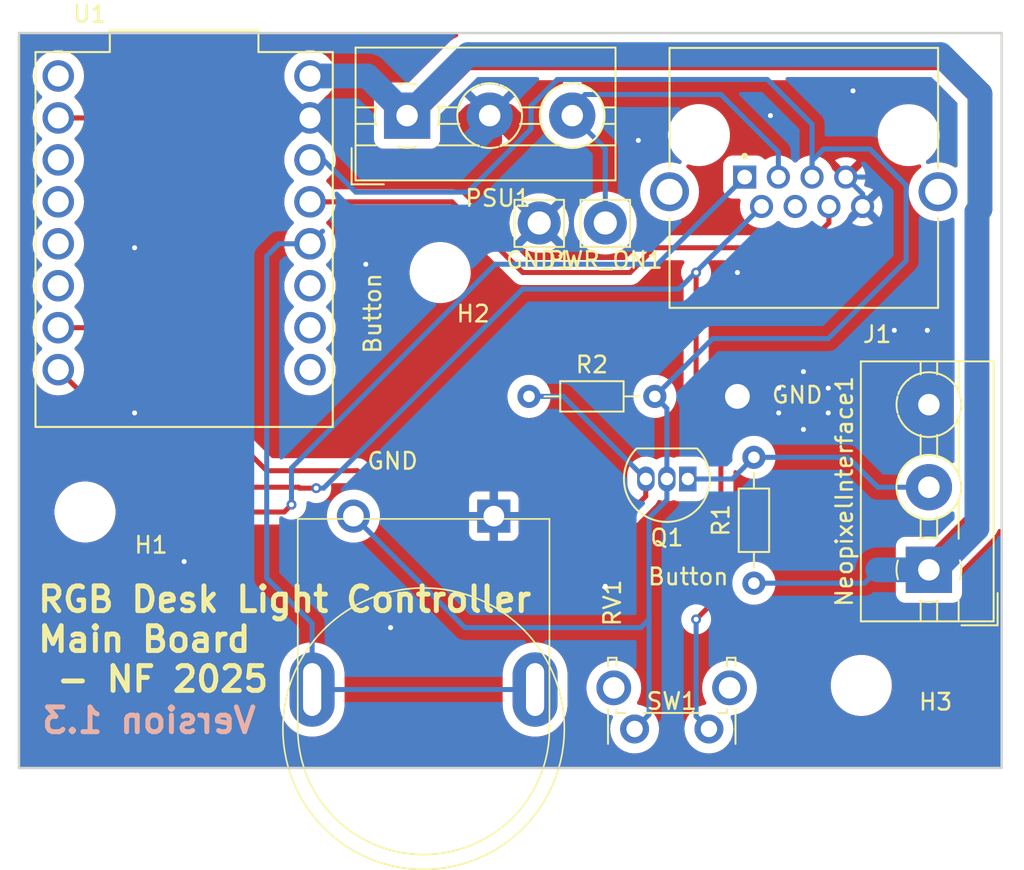
<source format=kicad_pcb>
(kicad_pcb (version 20240108) (generator "pcbnew") (generator_version "8.0")
  (layers (0 "F.Cu" signal) (31 "B.Cu" signal) (34 "B.Paste" user) (35 "F.Paste" user) (36 "B.SilkS" user "B.Silkscreen") (37 "F.SilkS" user "F.Silkscreen") (38 "B.Mask" user) (39 "F.Mask" user) (44 "Edge.Cuts" user))
  (net 0 "")
  (net 1 "GND")
  (net 2 "/powerSW")
  (net 3 "+3.3V")
  (net 4 "/button Signal")
  (net 5 "/Potentiometer2")
  (net 6 "+5V")
  (net 7 "/Potentiometer1")
  (net 14 "/Extern_input")
  (net 17 "Net-(J1-SHIELD-PadS1)")
  (net 18 "/Neopixel Signal 5v")
  (net 19 "/Neopixel Signal 3v3")
  (footprint "Button_Switch_THT:SW_Tactile_SPST_Angled_PTS645Vx31-2LFS" (layer "F.Cu") (at 162.275 88.1375 180)
    (property "Reference" "SW1" (at 2.25 1.68 0) (layer "F.SilkS"))
    (property "Value" "SW_Push_Shielded")
    (fp_line (start 6.11 3.8) (end 6.11 4.31) (stroke (width 0.12)) (layer "F.SilkS"))
    (fp_line (start 6.11 -0.9) (end 6.11 1.2) (stroke (width 0.12)) (layer "F.SilkS"))
    (fp_line (start 5.59 4.31) (end 6.11 4.31) (stroke (width 0.12)) (layer "F.SilkS"))
    (fp_line (start 5.59 3.8) (end 5.59 4.31) (stroke (width 0.12)) (layer "F.SilkS"))
    (fp_line (start 5.59 0.97) (end 5.59 1.2) (stroke (width 0.12)) (layer "F.SilkS"))
    (fp_line (start 5.05 0.97) (end 5.59 0.97) (stroke (width 0.12)) (layer "F.SilkS"))
    (fp_line (start 0.55 0.97) (end 3.95 0.97) (stroke (width 0.12)) (layer "F.SilkS"))
    (fp_line (start -1.09 3.8) (end -1.09 4.31) (stroke (width 0.12)) (layer "F.SilkS"))
    (fp_line (start -1.09 0.97) (end -0.55 0.97) (stroke (width 0.12)) (layer "F.SilkS"))
    (fp_line (start -1.09 0.97) (end -1.09 1.2) (stroke (width 0.12)) (layer "F.SilkS"))
    (fp_line (start -1.61 4.31) (end -1.09 4.31) (stroke (width 0.12)) (layer "F.SilkS"))
    (fp_line (start -1.61 3.8) (end -1.61 4.31) (stroke (width 0.12)) (layer "F.SilkS"))
    (fp_line (start -1.61 -0.9) (end -1.61 1.2) (stroke (width 0.12)) (layer "F.SilkS"))
    (pad "" thru_hole circle (at -1.25 2.49 180) (size 2.1 2.1) (drill 1.3) (layers "*.Cu" "*.Mask"))
    (pad "" thru_hole circle (at 5.76 2.49 180) (size 2.1 2.1) (drill 1.3) (layers "*.Cu" "*.Mask"))
    (pad "1" thru_hole circle (at 0 0 180) (size 1.75 1.75) (drill 0.99) (layers "*.Cu" "*.Mask") (net 4 "/button Signal"))
    (pad "2" thru_hole circle (at 4.5 0 180) (size 1.75 1.75) (drill 0.99) (layers "*.Cu" "*.Mask") (net 3 "+3.3V"))
  )
  (footprint "Connector_Pin:Pin_D1.4mm_L8.5mm_W2.8mm_FlatFork" (layer "F.Cu") (at 156 57.5)
    (property "Reference" "PWR_ON1" (at 0 2.25 0) (layer "F.SilkS"))
    (property "Value" "MountingHole_Pad")
    (fp_line (start -1.5 -1.4) (end -1.5 1.45) (stroke (width 0.12)) (layer "F.SilkS"))
    (fp_line (start -1.5 -1.4) (end 1.5 -1.4) (stroke (width 0.12)) (layer "F.SilkS"))
    (fp_line (start -1.5 1.45) (end 1.5 1.45) (stroke (width 0.12)) (layer "F.SilkS"))
    (fp_line (start 1.5 -1.4) (end 1.5 1.45) (stroke (width 0.12)) (layer "F.SilkS"))
    (pad "1" thru_hole circle (at 0 0) (size 2.6 2.6) (drill 1.4) (layers "*.Cu" "*.Mask") (net 2 "/powerSW"))
  )
  (footprint "ESP32-C3:MODULE_ESP32-C3_SUPERMINI" (layer "F.Cu") (at 130.5 58.5)
    (property "Reference" "U1" (at -5.715 -13.6525 0) (layer "F.SilkS"))
    (property "Value" "ESP32-C3_SUPERMINI_TH")
    (fp_line (start -9 11.35) (end -9 -11.35) (stroke (width 0.127)) (layer "F.SilkS"))
    (fp_line (start -4.5 -12.65) (end -4.5 -11.35) (stroke (width 0.127)) (layer "F.SilkS"))
    (fp_line (start -4.5 -11.35) (end -9 -11.35) (stroke (width 0.127)) (layer "F.SilkS"))
    (fp_line (start 4.5 -12.65) (end -4.5 -12.65) (stroke (width 0.127)) (layer "F.SilkS"))
    (fp_line (start 4.5 -12.65) (end 4.5 -11.35) (stroke (width 0.127)) (layer "F.SilkS"))
    (fp_line (start 9 -11.35) (end 4.5 -11.35) (stroke (width 0.127)) (layer "F.SilkS"))
    (fp_line (start 9 11.35) (end -9 11.35) (stroke (width 0.127)) (layer "F.SilkS"))
    (fp_line (start 9 11.35) (end 9 -11.35) (stroke (width 0.127)) (layer "F.SilkS"))
    (pad "0" thru_hole circle (at 7.62 7.88) (size 1.905 1.905) (drill 1.27) (layers "*.Cu" "*.Mask"))
    (pad "1" thru_hole circle (at 7.62 5.34) (size 1.905 1.905) (drill 1.27) (layers "*.Cu" "*.Mask"))
    (pad "2" thru_hole circle (at 7.62 2.8) (size 1.905 1.905) (drill 1.27) (layers "*.Cu" "*.Mask"))
    (pad "3" thru_hole circle (at 7.62 0.26) (size 1.905 1.905) (drill 1.27) (layers "*.Cu" "*.Mask") (net 7 "/Potentiometer1"))
    (pad "3.3" thru_hole circle (at 7.62 -4.82) (size 1.905 1.905) (drill 1.27) (layers "*.Cu" "*.Mask") (net 3 "+3.3V"))
    (pad "4" thru_hole circle (at 7.62 -2.28) (size 1.905 1.905) (drill 1.27) (layers "*.Cu" "*.Mask") (net 5 "/Potentiometer2"))
    (pad "5" thru_hole circle (at -7.62 -9.9) (size 1.905 1.905) (drill 1.27) (layers "*.Cu" "*.Mask"))
    (pad "5V" thru_hole circle (at 7.62 -9.9) (size 1.905 1.905) (drill 1.27) (layers "*.Cu" "*.Mask") (net 6 "+5V"))
    (pad "6" thru_hole circle (at -7.62 -7.36) (size 1.905 1.905) (drill 1.27) (layers "*.Cu" "*.Mask") (net 19 "/Neopixel Signal 3v3"))
    (pad "7" thru_hole circle (at -7.62 -4.82) (size 1.905 1.905) (drill 1.27) (layers "*.Cu" "*.Mask"))
    (pad "8" thru_hole circle (at -7.62 -2.28) (size 1.905 1.905) (drill 1.27) (layers "*.Cu" "*.Mask"))
    (pad "9" thru_hole circle (at -7.62 0.26) (size 1.905 1.905) (drill 1.27) (layers "*.Cu" "*.Mask"))
    (pad "10" thru_hole circle (at -7.62 2.8) (size 1.905 1.905) (drill 1.27) (layers "*.Cu" "*.Mask"))
    (pad "20" thru_hole circle (at -7.62 5.34) (size 1.905 1.905) (drill 1.27) (layers "*.Cu" "*.Mask") (net 4 "/button Signal"))
    (pad "21" thru_hole circle (at -7.62 7.88) (size 1.905 1.905) (drill 1.27) (layers "*.Cu" "*.Mask") (net 14 "/Extern_input"))
    (pad "G" thru_hole circle (at 7.62 -7.36) (size 1.905 1.905) (drill 1.27) (layers "*.Cu" "*.Mask") (net 1 "GND"))
  )
  (footprint "TerminalBlock:TerminalBlock_MaiXu_MX126-5.0-03P_1x03_P5.00mm" (layer "F.Cu") (at 175.595 78.5 90)
    (property "Reference" "NeopixelInterface1" (at 4.75 -5.12 90) (layer "F.SilkS"))
    (property "Value" "Screw_Terminal_01x03")
    (fp_line (start 12.62 -4.12) (end 12.62 3.92) (stroke (width 0.12)) (layer "F.SilkS"))
    (fp_line (start -3.12 -4.12) (end 12.62 -4.12) (stroke (width 0.12)) (layer "F.SilkS"))
    (fp_line (start -3.12 -4.12) (end -3.12 3.92) (stroke (width 0.12)) (layer "F.SilkS"))
    (fp_line (start 11.487 -1.248) (end 11.487 -1.248) (stroke (width 0.12)) (layer "F.SilkS"))
    (fp_line (start 6.487 -1.248) (end 6.487 -1.248) (stroke (width 0.12)) (layer "F.SilkS"))
    (fp_line (start 11.836 -0.5) (end 12.62 -0.5) (stroke (width 0.12)) (layer "F.SilkS"))
    (fp_line (start 6.836 -0.5) (end 8.165 -0.5) (stroke (width 0.12)) (layer "F.SilkS"))
    (fp_line (start 1.88 -0.5) (end 3.165 -0.5) (stroke (width 0.12)) (layer "F.SilkS"))
    (fp_line (start -3.12 -0.5) (end -1.88 -0.5) (stroke (width 0.12)) (layer "F.SilkS"))
    (fp_line (start 11.836 0.5) (end 12.62 0.5) (stroke (width 0.12)) (layer "F.SilkS"))
    (fp_line (start 6.836 0.5) (end 8.165 0.5) (stroke (width 0.12)) (layer "F.SilkS"))
    (fp_line (start 1.88 0.5) (end 3.165 0.5) (stroke (width 0.12)) (layer "F.SilkS"))
    (fp_line (start -3.12 0.5) (end -1.88 0.5) (stroke (width 0.12)) (layer "F.SilkS"))
    (fp_line (start 8.514 1.248) (end 8.514 1.248) (stroke (width 0.12)) (layer "F.SilkS"))
    (fp_line (start 3.514 1.248) (end 3.514 1.248) (stroke (width 0.12)) (layer "F.SilkS"))
    (fp_line (start 10.67 1.8) (end 12.62 1.8) (stroke (width 0.12)) (layer "F.SilkS"))
    (fp_line (start 5.67 1.8) (end 9.331 1.8) (stroke (width 0.12)) (layer "F.SilkS"))
    (fp_line (start 1.88 1.8) (end 4.331 1.8) (stroke (width 0.12)) (layer "F.SilkS"))
    (fp_line (start -3.12 1.8) (end -1.88 1.8) (stroke (width 0.12)) (layer "F.SilkS"))
    (fp_line (start -3.36 1.97) (end -3.36 4.16) (stroke (width 0.12)) (layer "F.SilkS"))
    (fp_line (start -3.12 3.92) (end 12.62 3.92) (stroke (width 0.12)) (layer "F.SilkS"))
    (fp_line (start -3.36 4.16) (end -1.41 4.16) (stroke (width 0.12)) (layer "F.SilkS"))
    (fp_arc (start 10.000487 -1.960944) (mid 10.256437 -1.944104) (end 10.508 -1.894) (stroke (width 0.12)) (layer "F.SilkS"))
    (fp_arc (start 5.000487 -1.960944) (mid 5.256437 -1.944104) (end 5.508 -1.894) (stroke (width 0.12)) (layer "F.SilkS"))
    (fp_arc (start 9.493681 -1.893473) (mid 9.74516 -1.943362) (end 10.001 -1.96) (stroke (width 0.12)) (layer "F.SilkS"))
    (fp_arc (start 4.493681 -1.893473) (mid 4.74516 -1.943362) (end 5.001 -1.96) (stroke (width 0.12)) (layer "F.SilkS"))
    (fp_arc (start -0.572619 -1.875422) (mid 0.000722 -1.960893) (end 0.574 -1.875) (stroke (width 0.12)) (layer "F.SilkS"))
    (fp_arc (start 10.638712 -1.85392) (mid 10.734863 -1.817951) (end 10.829 -1.777) (stroke (width 0.12)) (layer "F.SilkS"))
    (fp_arc (start 5.638712 -1.85392) (mid 5.734863 -1.817951) (end 5.829 -1.777) (stroke (width 0.12)) (layer "F.SilkS"))
    (fp_arc (start 9.172694 -1.777259) (mid 9.266842 -1.818121) (end 9.363 -1.854) (stroke (width 0.12)) (layer "F.SilkS"))
    (fp_arc (start 4.172694 -1.777259) (mid 4.266842 -1.818121) (end 4.363 -1.854) (stroke (width 0.12)) (layer "F.SilkS"))
    (fp_arc (start 10.920652 -1.730826) (mid 10.995274 -1.689022) (end 11.068 -1.644) (stroke (width 0.12)) (layer "F.SilkS"))
    (fp_arc (start 5.920652 -1.730826) (mid 5.995274 -1.689022) (end 6.068 -1.644) (stroke (width 0.12)) (layer "F.SilkS"))
    (fp_arc (start 8.93363 -1.644317) (mid 9.006369 -1.689267) (end 9.081 -1.731) (stroke (width 0.12)) (layer "F.SilkS"))
    (fp_arc (start 3.93363 -1.644317) (mid 4.006369 -1.689267) (end 4.081 -1.731) (stroke (width 0.12)) (layer "F.SilkS"))
    (fp_arc (start 11.096479 -1.625751) (mid 11.166348 -1.576374) (end 11.234 -1.524) (stroke (width 0.12)) (layer "F.SilkS"))
    (fp_arc (start 6.096479 -1.625751) (mid 6.166348 -1.576374) (end 6.234 -1.524) (stroke (width 0.12)) (layer "F.SilkS"))
    (fp_arc (start 8.767452 -1.524377) (mid 8.835117 -1.576689) (end 8.905 -1.626) (stroke (width 0.12)) (layer "F.SilkS"))
    (fp_arc (start 3.767452 -1.524377) (mid 3.835117 -1.576689) (end 3.905 -1.626) (stroke (width 0.12)) (layer "F.SilkS"))
    (fp_arc (start 11.233928 -1.523341) (mid 11.2992 -1.468068) (end 11.362 -1.41) (stroke (width 0.12)) (layer "F.SilkS"))
    (fp_arc (start 6.233928 -1.523341) (mid 6.2992 -1.468068) (end 6.362 -1.41) (stroke (width 0.12)) (layer "F.SilkS"))
    (fp_arc (start 8.638867 -1.410738) (mid 8.701698 -1.468767) (end 8.767 -1.524) (stroke (width 0.12)) (layer "F.SilkS"))
    (fp_arc (start 3.638867 -1.410738) (mid 3.701698 -1.468767) (end 3.767 -1.524) (stroke (width 0.12)) (layer "F.SilkS"))
    (fp_arc (start 11.362286 -1.410097) (mid 11.422497 -1.349333) (end 11.48 -1.286) (stroke (width 0.12)) (layer "F.SilkS"))
    (fp_arc (start 6.362286 -1.410097) (mid 6.422497 -1.349333) (end 6.48 -1.286) (stroke (width 0.12)) (layer "F.SilkS"))
    (fp_arc (start 8.521202 -1.287012) (mid 8.578747 -1.350293) (end 8.639 -1.411) (stroke (width 0.12)) (layer "F.SilkS"))
    (fp_arc (start 3.521202 -1.287012) (mid 3.578747 -1.350293) (end 3.639 -1.411) (stroke (width 0.12)) (layer "F.SilkS"))
    (fp_arc (start 11.479873 -1.286364) (mid 11.523865 -1.233934) (end 11.566 -1.18) (stroke (width 0.12)) (layer "F.SilkS"))
    (fp_arc (start 6.479873 -1.286364) (mid 6.523865 -1.233934) (end 6.566 -1.18) (stroke (width 0.12)) (layer "F.SilkS"))
    (fp_arc (start 8.434826 -1.180695) (mid 8.476985 -1.2346) (end 8.521 -1.287) (stroke (width 0.12)) (layer "F.SilkS"))
    (fp_arc (start 3.434826 -1.180695) (mid 3.476985 -1.2346) (end 3.521 -1.287) (stroke (width 0.12)) (layer "F.SilkS"))
    (fp_arc (start 11.565937 -1.180084) (mid 11.960805 -0.000052) (end 11.566 1.18) (stroke (width 0.12)) (layer "F.SilkS"))
    (fp_arc (start 6.565937 -1.180084) (mid 6.960805 -0.000052) (end 6.566 1.18) (stroke (width 0.12)) (layer "F.SilkS"))
    (fp_arc (start 1.875422 -0.572619) (mid 1.960893 0.000722) (end 1.875 0.574) (stroke (width 0.12)) (layer "F.SilkS"))
    (fp_arc (start -1.875422 0.572619) (mid -1.960893 -0.000722) (end -1.875 -0.574) (stroke (width 0.12)) (layer "F.SilkS"))
    (fp_arc (start 8.434339 1.179122) (mid 8.039994 -0.00055) (end 8.435 -1.18) (stroke (width 0.12)) (layer "F.SilkS"))
    (fp_arc (start 3.434339 1.179122) (mid 3.039994 -0.00055) (end 3.435 -1.18) (stroke (width 0.12)) (layer "F.SilkS"))
    (fp_arc (start 11.566102 1.179628) (mid 11.523976 1.233563) (end 11.48 1.286) (stroke (width 0.12)) (layer "F.SilkS"))
    (fp_arc (start 6.566102 1.179628) (mid 6.523976 1.233563) (end 6.48 1.286) (stroke (width 0.12)) (layer "F.SilkS"))
    (fp_arc (start 11.479707 1.285928) (mid 11.422207 1.349248) (end 11.362 1.41) (stroke (width 0.12)) (layer "F.SilkS"))
    (fp_arc (start 6.479707 1.285928) (mid 6.422207 1.349248) (end 6.362 1.41) (stroke (width 0.12)) (layer "F.SilkS"))
    (fp_arc (start 8.521125 1.286294) (mid 8.477135 1.233899) (end 8.435 1.18) (stroke (width 0.12)) (layer "F.SilkS"))
    (fp_arc (start 3.521125 1.286294) (mid 3.477135 1.233899) (end 3.435 1.18) (stroke (width 0.12)) (layer "F.SilkS"))
    (fp_arc (start 8.63871 1.41001) (mid 8.578502 1.349289) (end 8.521 1.286) (stroke (width 0.12)) (layer "F.SilkS"))
    (fp_arc (start 3.63871 1.41001) (mid 3.578502 1.349289) (end 3.521 1.286) (stroke (width 0.12)) (layer "F.SilkS"))
    (fp_arc (start 11.36213 1.410651) (mid 11.2993 1.468722) (end 11.234 1.524) (stroke (width 0.12)) (layer "F.SilkS"))
    (fp_arc (start 6.36213 1.410651) (mid 6.2993 1.468722) (end 6.234 1.524) (stroke (width 0.12)) (layer "F.SilkS"))
    (fp_arc (start 8.767069 1.523253) (mid 8.701799 1.468024) (end 8.639 1.41) (stroke (width 0.12)) (layer "F.SilkS"))
    (fp_arc (start 3.767069 1.523253) (mid 3.701799 1.468024) (end 3.639 1.41) (stroke (width 0.12)) (layer "F.SilkS"))
    (fp_arc (start 11.233457 1.523294) (mid 11.16584 1.575649) (end 11.096 1.625) (stroke (width 0.12)) (layer "F.SilkS"))
    (fp_arc (start 6.233457 1.523294) (mid 6.16584 1.575649) (end 6.096 1.625) (stroke (width 0.12)) (layer "F.SilkS"))
    (fp_arc (start 8.904517 1.625664) (mid 8.834649 1.576332) (end 8.767 1.524) (stroke (width 0.12)) (layer "F.SilkS"))
    (fp_arc (start 3.904517 1.625664) (mid 3.834649 1.576332) (end 3.767 1.524) (stroke (width 0.12)) (layer "F.SilkS"))
    (fp_arc (start 11.068362 1.644143) (mid 10.995629 1.689179) (end 10.921 1.731) (stroke (width 0.12)) (layer "F.SilkS"))
    (fp_arc (start 6.068362 1.644143) (mid 5.995629 1.689179) (end 5.921 1.731) (stroke (width 0.12)) (layer "F.SilkS"))
    (fp_arc (start 9.080344 1.730739) (mid 9.005728 1.688974) (end 8.933 1.644) (stroke (width 0.12)) (layer "F.SilkS"))
    (fp_arc (start 4.080344 1.730739) (mid 4.005728 1.688974) (end 3.933 1.644) (stroke (width 0.12)) (layer "F.SilkS"))
    (fp_arc (start 10.829295 1.77705) (mid 10.735155 1.818016) (end 10.639 1.854) (stroke (width 0.12)) (layer "F.SilkS"))
    (fp_arc (start 5.829295 1.77705) (mid 5.735155 1.818016) (end 5.639 1.854) (stroke (width 0.12)) (layer "F.SilkS"))
    (fp_arc (start 9.362283 1.853815) (mid 9.266136 1.817899) (end 9.172 1.777) (stroke (width 0.12)) (layer "F.SilkS"))
    (fp_arc (start 4.362283 1.853815) (mid 4.266136 1.817899) (end 4.172 1.777) (stroke (width 0.12)) (layer "F.SilkS"))
    (fp_arc (start 0.573049 1.874357) (mid 0.289707 1.938471) (end 0 1.96) (stroke (width 0.12)) (layer "F.SilkS"))
    (fp_arc (start 10.507285 1.893215) (mid 10.255831 1.943232) (end 10 1.96) (stroke (width 0.12)) (layer "F.SilkS"))
    (fp_arc (start 5.507285 1.893215) (mid 5.255831 1.943232) (end 5 1.96) (stroke (width 0.12)) (layer "F.SilkS"))
    (fp_arc (start 0.0335 1.960607) (mid -0.273619 1.941709) (end -0.574 1.875) (stroke (width 0.12)) (layer "F.SilkS"))
    (fp_arc (start 10.000479 1.960685) (mid 9.744554 1.943973) (end 9.493 1.894) (stroke (width 0.12)) (layer "F.SilkS"))
    (fp_arc (start 5.000479 1.960685) (mid 4.744554 1.943973) (end 4.493 1.894) (stroke (width 0.12)) (layer "F.SilkS"))
    (pad "1" thru_hole rect (at 0 0 90) (size 2.8 2.8) (drill 1.3) (layers "*.Cu" "*.Mask") (net 6 "+5V"))
    (pad "2" thru_hole circle (at 5 0 90) (size 2.8 2.8) (drill 1.3) (layers "*.Cu" "*.Mask") (net 18 "/Neopixel Signal 5v"))
    (pad "3" thru_hole circle (at 10 0 90) (size 2.8 2.8) (drill 1.3) (layers "*.Cu" "*.Mask") (net 1 "GND"))
  )
  (footprint "Resistor_THT:R_Axial_DIN0204_L3.6mm_D1.6mm_P7.62mm_Horizontal" (layer "F.Cu") (at 165 71.69 -90)
    (property "Reference" "R1" (at 3.81 2 90) (layer "F.SilkS"))
    (property "Value" "10k")
    (fp_line (start 1.89 0.92) (end 5.73 0.92) (stroke (width 0.12)) (layer "F.SilkS"))
    (fp_line (start 5.73 0.92) (end 5.73 -0.92) (stroke (width 0.12)) (layer "F.SilkS"))
    (fp_line (start 0.94 0) (end 1.89 0) (stroke (width 0.12)) (layer "F.SilkS"))
    (fp_line (start 6.68 0) (end 5.73 0) (stroke (width 0.12)) (layer "F.SilkS"))
    (fp_line (start 1.89 -0.92) (end 1.89 0.92) (stroke (width 0.12)) (layer "F.SilkS"))
    (fp_line (start 5.73 -0.92) (end 1.89 -0.92) (stroke (width 0.12)) (layer "F.SilkS"))
    (pad "1" thru_hole circle (at 0 0 270) (size 1.4 1.4) (drill 0.7) (layers "*.Cu" "*.Mask") (net 18 "/Neopixel Signal 5v"))
    (pad "2" thru_hole oval (at 7.62 0 270) (size 1.4 1.4) (drill 0.7) (layers "*.Cu" "*.Mask") (net 6 "+5V"))
  )
  (footprint "MountingHole:MountingHole_3.2mm_M3" (layer "F.Cu") (at 124.5 75)
    (property "Reference" "H1" (at 4 2 0) (layer "F.SilkS"))
    (property "Value" "MountingHole")
    (pad "" np_thru_hole circle (at 0 0) (size 3.2 3.2) (drill 3.2) (layers "*.Cu" "*.Mask"))
  )
  (footprint "MountingHole:MountingHole_3.2mm_M3" (layer "F.Cu") (at 146 60.5)
    (property "Reference" "H2" (at 2 2.5 0) (layer "F.SilkS"))
    (property "Value" "MountingHole")
    (pad "" np_thru_hole circle (at 0 0) (size 3.2 3.2) (drill 3.2) (layers "*.Cu" "*.Mask"))
  )
  (footprint "MountingHole:MountingHole_3.2mm_M3" (layer "F.Cu") (at 171.5 85.5)
    (property "Reference" "H3" (at 4.5 1 0) (layer "F.SilkS"))
    (property "Value" "MountingHole")
    (pad "" np_thru_hole circle (at 0 0) (size 3.2 3.2) (drill 3.2) (layers "*.Cu" "*.Mask"))
  )
  (footprint "Ethernet Jack:vertical pot" (layer "F.Cu") (at 145 80.5 -90)
    (property "Reference" "RV1" (at 0 -11.43 90) (layer "F.SilkS"))
    (property "Value" "R_Potentiometer_Trim")
    (fp_line (start -5.08 7.62) (end 7.62 7.62) (stroke (width 0.1)) (layer "F.SilkS"))
    (fp_line (start -5.08 7.62) (end -5.08 -7.62) (stroke (width 0.1)) (layer "F.SilkS"))
    (fp_line (start 7.62 -7.62) (end -5.08 -7.62) (stroke (width 0.1)) (layer "F.SilkS"))
    (fp_arc (start 7.62 -7.62) (mid 15.24 0) (end 7.62 7.62) (stroke (width 0.1)) (layer "F.SilkS"))
    (fp_circle (center 7.62 0) (end 11.43 -7.62) (stroke (width 0.1)) (fill none) (layer "F.SilkS"))
    (pad "1" thru_hole rect (at -5.25 -4.25) (size 2 2) (drill 1.25) (layers "*.Cu" "*.Mask") (net 1 "GND"))
    (pad "2" thru_hole oval (at 5.25 -6.75) (size 2.72 4.5) (drill oval 1.1 3.2) (layers "*.Cu" "*.Mask") (net 7 "/Potentiometer1"))
    (pad "2" thru_hole oval (at 5.25 6.75) (size 2.72 4.5) (drill oval 1.1 3.2) (layers "*.Cu" "*.Mask") (net 7 "/Potentiometer1"))
    (pad "3" thru_hole circle (at -5.25 4.25) (size 2 2) (drill 1.25) (layers "*.Cu" "*.Mask") (net 3 "+3.3V"))
  )
  (footprint "Ethernet Jack:TE_1-406541-5" (layer "F.Cu") (at 164.44 54.72 180)
    (property "Reference" "J1" (at -8.025 -9.52501 0) (layer "F.SilkS"))
    (property "Value" "1-406541-5")
    (fp_line (start 4.55 7.82) (end 4.55 0.54) (stroke (width 0.127)) (layer "F.SilkS"))
    (fp_line (start 4.55 -7.92) (end 4.55 -2.46) (stroke (width 0.127)) (layer "F.SilkS"))
    (fp_line (start -11.71 7.82) (end 4.55 7.82) (stroke (width 0.127)) (layer "F.SilkS"))
    (fp_line (start -11.71 0.54) (end -11.71 7.82) (stroke (width 0.127)) (layer "F.SilkS"))
    (fp_line (start -11.71 -2.46) (end -11.71 -7.92) (stroke (width 0.127)) (layer "F.SilkS"))
    (fp_line (start -11.71 -7.92) (end 4.55 -7.92) (stroke (width 0.127)) (layer "F.SilkS"))
    (fp_circle (center 0 1.27) (end 0.1 1.27) (stroke (width 0.2)) (fill none) (layer "F.SilkS"))
    (pad "" np_thru_hole circle (at -9.93 2.54 180) (size 3.25 3.25) (drill 3.25) (layers "*.Cu" "*.Mask"))
    (pad "" np_thru_hole circle (at 2.77 2.54 180) (size 3.25 3.25) (drill 3.25) (layers "*.Cu" "*.Mask"))
    (pad "1" thru_hole rect (at 0 0 180) (size 1.398 1.398) (drill 0.89) (layers "*.Cu" "*.Mask") (net 14 "/Extern_input"))
    (pad "2" thru_hole circle (at -1.02 -1.78 180) (size 1.398 1.398) (drill 0.89) (layers "*.Cu" "*.Mask") (net 4 "/button Signal"))
    (pad "3" thru_hole circle (at -2.04 0 180) (size 1.398 1.398) (drill 0.89) (layers "*.Cu" "*.Mask") (net 2 "/powerSW"))
    (pad "4" thru_hole circle (at -3.06 -1.78 180) (size 1.398 1.398) (drill 0.89) (layers "*.Cu" "*.Mask"))
    (pad "5" thru_hole circle (at -4.08 0 180) (size 1.398 1.398) (drill 0.89) (layers "*.Cu" "*.Mask") (net 3 "+3.3V"))
    (pad "6" thru_hole circle (at -5.1 -1.78 180) (size 1.398 1.398) (drill 0.89) (layers "*.Cu" "*.Mask") (net 5 "/Potentiometer2"))
    (pad "7" thru_hole circle (at -6.12 0 180) (size 1.398 1.398) (drill 0.89) (layers "*.Cu" "*.Mask") (net 1 "GND"))
    (pad "8" thru_hole circle (at -7.14 -1.78 180) (size 1.398 1.398) (drill 0.89) (layers "*.Cu" "*.Mask") (net 1 "GND"))
    (pad "S1" thru_hole circle (at 4.55 -0.89 180) (size 2.355 2.355) (drill 1.57) (layers "*.Cu" "*.Mask") (net 17 "Net-(J1-SHIELD-PadS1)"))
    (pad "S2" thru_hole circle (at -11.71 -0.89 180) (size 2.355 2.355) (drill 1.57) (layers "*.Cu" "*.Mask") (net 17 "Net-(J1-SHIELD-PadS1)"))
  )
  (footprint "Connector_Pin:Pin_D1.4mm_L8.5mm_W2.8mm_FlatFork" (layer "F.Cu") (at 152 57.5)
    (property "Reference" "GND1" (at 0 2.25 0) (layer "F.SilkS"))
    (property "Value" "MountingHole_Pad")
    (fp_line (start -1.5 -1.4) (end -1.5 1.45) (stroke (width 0.12)) (layer "F.SilkS"))
    (fp_line (start -1.5 -1.4) (end 1.5 -1.4) (stroke (width 0.12)) (layer "F.SilkS"))
    (fp_line (start -1.5 1.45) (end 1.5 1.45) (stroke (width 0.12)) (layer "F.SilkS"))
    (fp_line (start 1.5 -1.4) (end 1.5 1.45) (stroke (width 0.12)) (layer "F.SilkS"))
    (pad "1" thru_hole circle (at 0 0) (size 2.6 2.6) (drill 1.4) (layers "*.Cu" "*.Mask") (net 1 "GND"))
  )
  (footprint "TerminalBlock:TerminalBlock_MaiXu_MX126-5.0-03P_1x03_P5.00mm" (layer "F.Cu") (at 144 51)
    (property "Reference" "PSU1" (at 5.5 5 0) (layer "F.SilkS"))
    (property "Value" "Screw_Terminal_01x03")
    (fp_line (start -3.36 1.97) (end -3.36 4.16) (stroke (width 0.12)) (layer "F.SilkS"))
    (fp_line (start -3.36 4.16) (end -1.41 4.16) (stroke (width 0.12)) (layer "F.SilkS"))
    (fp_line (start -3.12 -4.12) (end -3.12 3.92) (stroke (width 0.12)) (layer "F.SilkS"))
    (fp_line (start -3.12 -4.12) (end 12.62 -4.12) (stroke (width 0.12)) (layer "F.SilkS"))
    (fp_line (start -3.12 -0.5) (end -1.88 -0.5) (stroke (width 0.12)) (layer "F.SilkS"))
    (fp_line (start -3.12 0.5) (end -1.88 0.5) (stroke (width 0.12)) (layer "F.SilkS"))
    (fp_line (start -3.12 1.8) (end -1.88 1.8) (stroke (width 0.12)) (layer "F.SilkS"))
    (fp_line (start -3.12 3.92) (end 12.62 3.92) (stroke (width 0.12)) (layer "F.SilkS"))
    (fp_line (start 1.88 -0.5) (end 3.165 -0.5) (stroke (width 0.12)) (layer "F.SilkS"))
    (fp_line (start 1.88 0.5) (end 3.165 0.5) (stroke (width 0.12)) (layer "F.SilkS"))
    (fp_line (start 1.88 1.8) (end 4.331 1.8) (stroke (width 0.12)) (layer "F.SilkS"))
    (fp_line (start 3.514 1.248) (end 3.514 1.248) (stroke (width 0.12)) (layer "F.SilkS"))
    (fp_line (start 5.67 1.8) (end 9.331 1.8) (stroke (width 0.12)) (layer "F.SilkS"))
    (fp_line (start 6.487 -1.248) (end 6.487 -1.248) (stroke (width 0.12)) (layer "F.SilkS"))
    (fp_line (start 6.836 -0.5) (end 8.165 -0.5) (stroke (width 0.12)) (layer "F.SilkS"))
    (fp_line (start 6.836 0.5) (end 8.165 0.5) (stroke (width 0.12)) (layer "F.SilkS"))
    (fp_line (start 8.514 1.248) (end 8.514 1.248) (stroke (width 0.12)) (layer "F.SilkS"))
    (fp_line (start 10.67 1.8) (end 12.62 1.8) (stroke (width 0.12)) (layer "F.SilkS"))
    (fp_line (start 11.487 -1.248) (end 11.487 -1.248) (stroke (width 0.12)) (layer "F.SilkS"))
    (fp_line (start 11.836 -0.5) (end 12.62 -0.5) (stroke (width 0.12)) (layer "F.SilkS"))
    (fp_line (start 11.836 0.5) (end 12.62 0.5) (stroke (width 0.12)) (layer "F.SilkS"))
    (fp_line (start 12.62 -4.12) (end 12.62 3.92) (stroke (width 0.12)) (layer "F.SilkS"))
    (fp_arc (start -1.875422 0.572619) (mid -1.960893 -0.000722) (end -1.875 -0.574) (stroke (width 0.12)) (layer "F.SilkS"))
    (fp_arc (start -0.572619 -1.875422) (mid 0.000722 -1.960893) (end 0.574 -1.875) (stroke (width 0.12)) (layer "F.SilkS"))
    (fp_arc (start 0.0335 1.960607) (mid -0.273619 1.941709) (end -0.574 1.875) (stroke (width 0.12)) (layer "F.SilkS"))
    (fp_arc (start 0.573049 1.874357) (mid 0.289707 1.938471) (end 0 1.96) (stroke (width 0.12)) (layer "F.SilkS"))
    (fp_arc (start 1.875422 -0.572619) (mid 1.960893 0.000722) (end 1.875 0.574) (stroke (width 0.12)) (layer "F.SilkS"))
    (fp_arc (start 3.434339 1.179122) (mid 3.039994 -0.00055) (end 3.435 -1.18) (stroke (width 0.12)) (layer "F.SilkS"))
    (fp_arc (start 3.434826 -1.180695) (mid 3.476985 -1.2346) (end 3.521 -1.287) (stroke (width 0.12)) (layer "F.SilkS"))
    (fp_arc (start 3.521125 1.286294) (mid 3.477135 1.233899) (end 3.435 1.18) (stroke (width 0.12)) (layer "F.SilkS"))
    (fp_arc (start 3.521202 -1.287012) (mid 3.578747 -1.350293) (end 3.639 -1.411) (stroke (width 0.12)) (layer "F.SilkS"))
    (fp_arc (start 3.63871 1.41001) (mid 3.578502 1.349289) (end 3.521 1.286) (stroke (width 0.12)) (layer "F.SilkS"))
    (fp_arc (start 3.638867 -1.410738) (mid 3.701698 -1.468767) (end 3.767 -1.524) (stroke (width 0.12)) (layer "F.SilkS"))
    (fp_arc (start 3.767069 1.523253) (mid 3.701799 1.468024) (end 3.639 1.41) (stroke (width 0.12)) (layer "F.SilkS"))
    (fp_arc (start 3.767452 -1.524377) (mid 3.835117 -1.576689) (end 3.905 -1.626) (stroke (width 0.12)) (layer "F.SilkS"))
    (fp_arc (start 3.904517 1.625664) (mid 3.834649 1.576332) (end 3.767 1.524) (stroke (width 0.12)) (layer "F.SilkS"))
    (fp_arc (start 3.93363 -1.644317) (mid 4.006369 -1.689267) (end 4.081 -1.731) (stroke (width 0.12)) (layer "F.SilkS"))
    (fp_arc (start 4.080344 1.730739) (mid 4.005728 1.688974) (end 3.933 1.644) (stroke (width 0.12)) (layer "F.SilkS"))
    (fp_arc (start 4.172694 -1.777259) (mid 4.266842 -1.818121) (end 4.363 -1.854) (stroke (width 0.12)) (layer "F.SilkS"))
    (fp_arc (start 4.362283 1.853815) (mid 4.266136 1.817899) (end 4.172 1.777) (stroke (width 0.12)) (layer "F.SilkS"))
    (fp_arc (start 4.493681 -1.893473) (mid 4.74516 -1.943362) (end 5.001 -1.96) (stroke (width 0.12)) (layer "F.SilkS"))
    (fp_arc (start 5.000479 1.960685) (mid 4.744554 1.943973) (end 4.493 1.894) (stroke (width 0.12)) (layer "F.SilkS"))
    (fp_arc (start 5.000487 -1.960944) (mid 5.256437 -1.944104) (end 5.508 -1.894) (stroke (width 0.12)) (layer "F.SilkS"))
    (fp_arc (start 5.507285 1.893215) (mid 5.255831 1.943232) (end 5 1.96) (stroke (width 0.12)) (layer "F.SilkS"))
    (fp_arc (start 5.638712 -1.85392) (mid 5.734863 -1.817951) (end 5.829 -1.777) (stroke (width 0.12)) (layer "F.SilkS"))
    (fp_arc (start 5.829295 1.77705) (mid 5.735155 1.818016) (end 5.639 1.854) (stroke (width 0.12)) (layer "F.SilkS"))
    (fp_arc (start 5.920652 -1.730826) (mid 5.995274 -1.689022) (end 6.068 -1.644) (stroke (width 0.12)) (layer "F.SilkS"))
    (fp_arc (start 6.068362 1.644143) (mid 5.995629 1.689179) (end 5.921 1.731) (stroke (width 0.12)) (layer "F.SilkS"))
    (fp_arc (start 6.096479 -1.625751) (mid 6.166348 -1.576374) (end 6.234 -1.524) (stroke (width 0.12)) (layer "F.SilkS"))
    (fp_arc (start 6.233457 1.523294) (mid 6.16584 1.575649) (end 6.096 1.625) (stroke (width 0.12)) (layer "F.SilkS"))
    (fp_arc (start 6.233928 -1.523341) (mid 6.2992 -1.468068) (end 6.362 -1.41) (stroke (width 0.12)) (layer "F.SilkS"))
    (fp_arc (start 6.36213 1.410651) (mid 6.2993 1.468722) (end 6.234 1.524) (stroke (width 0.12)) (layer "F.SilkS"))
    (fp_arc (start 6.362286 -1.410097) (mid 6.422497 -1.349333) (end 6.48 -1.286) (stroke (width 0.12)) (layer "F.SilkS"))
    (fp_arc (start 6.479707 1.285928) (mid 6.422207 1.349248) (end 6.362 1.41) (stroke (width 0.12)) (layer "F.SilkS"))
    (fp_arc (start 6.479873 -1.286364) (mid 6.523865 -1.233934) (end 6.566 -1.18) (stroke (width 0.12)) (layer "F.SilkS"))
    (fp_arc (start 6.565937 -1.180084) (mid 6.960805 -0.000052) (end 6.566 1.18) (stroke (width 0.12)) (layer "F.SilkS"))
    (fp_arc (start 6.566102 1.179628) (mid 6.523976 1.233563) (end 6.48 1.286) (stroke (width 0.12)) (layer "F.SilkS"))
    (fp_arc (start 8.434339 1.179122) (mid 8.039994 -0.00055) (end 8.435 -1.18) (stroke (width 0.12)) (layer "F.SilkS"))
    (fp_arc (start 8.434826 -1.180695) (mid 8.476985 -1.2346) (end 8.521 -1.287) (stroke (width 0.12)) (layer "F.SilkS"))
    (fp_arc (start 8.521125 1.286294) (mid 8.477135 1.233899) (end 8.435 1.18) (stroke (width 0.12)) (layer "F.SilkS"))
    (fp_arc (start 8.521202 -1.287012) (mid 8.578747 -1.350293) (end 8.639 -1.411) (stroke (width 0.12)) (layer "F.SilkS"))
    (fp_arc (start 8.63871 1.41001) (mid 8.578502 1.349289) (end 8.521 1.286) (stroke (width 0.12)) (layer "F.SilkS"))
    (fp_arc (start 8.638867 -1.410738) (mid 8.701698 -1.468767) (end 8.767 -1.524) (stroke (width 0.12)) (layer "F.SilkS"))
    (fp_arc (start 8.767069 1.523253) (mid 8.701799 1.468024) (end 8.639 1.41) (stroke (width 0.12)) (layer "F.SilkS"))
    (fp_arc (start 8.767452 -1.524377) (mid 8.835117 -1.576689) (end 8.905 -1.626) (stroke (width 0.12)) (layer "F.SilkS"))
    (fp_arc (start 8.904517 1.625664) (mid 8.834649 1.576332) (end 8.767 1.524) (stroke (width 0.12)) (layer "F.SilkS"))
    (fp_arc (start 8.93363 -1.644317) (mid 9.006369 -1.689267) (end 9.081 -1.731) (stroke (width 0.12)) (layer "F.SilkS"))
    (fp_arc (start 9.080344 1.730739) (mid 9.005728 1.688974) (end 8.933 1.644) (stroke (width 0.12)) (layer "F.SilkS"))
    (fp_arc (start 9.172694 -1.777259) (mid 9.266842 -1.818121) (end 9.363 -1.854) (stroke (width 0.12)) (layer "F.SilkS"))
    (fp_arc (start 9.362283 1.853815) (mid 9.266136 1.817899) (end 9.172 1.777) (stroke (width 0.12)) (layer "F.SilkS"))
    (fp_arc (start 9.493681 -1.893473) (mid 9.74516 -1.943362) (end 10.001 -1.96) (stroke (width 0.12)) (layer "F.SilkS"))
    (fp_arc (start 10.000479 1.960685) (mid 9.744554 1.943973) (end 9.493 1.894) (stroke (width 0.12)) (layer "F.SilkS"))
    (fp_arc (start 10.000487 -1.960944) (mid 10.256437 -1.944104) (end 10.508 -1.894) (stroke (width 0.12)) (layer "F.SilkS"))
    (fp_arc (start 10.507285 1.893215) (mid 10.255831 1.943232) (end 10 1.96) (stroke (width 0.12)) (layer "F.SilkS"))
    (fp_arc (start 10.638712 -1.85392) (mid 10.734863 -1.817951) (end 10.829 -1.777) (stroke (width 0.12)) (layer "F.SilkS"))
    (fp_arc (start 10.829295 1.77705) (mid 10.735155 1.818016) (end 10.639 1.854) (stroke (width 0.12)) (layer "F.SilkS"))
    (fp_arc (start 10.920652 -1.730826) (mid 10.995274 -1.689022) (end 11.068 -1.644) (stroke (width 0.12)) (layer "F.SilkS"))
    (fp_arc (start 11.068362 1.644143) (mid 10.995629 1.689179) (end 10.921 1.731) (stroke (width 0.12)) (layer "F.SilkS"))
    (fp_arc (start 11.096479 -1.625751) (mid 11.166348 -1.576374) (end 11.234 -1.524) (stroke (width 0.12)) (layer "F.SilkS"))
    (fp_arc (start 11.233457 1.523294) (mid 11.16584 1.575649) (end 11.096 1.625) (stroke (width 0.12)) (layer "F.SilkS"))
    (fp_arc (start 11.233928 -1.523341) (mid 11.2992 -1.468068) (end 11.362 -1.41) (stroke (width 0.12)) (layer "F.SilkS"))
    (fp_arc (start 11.36213 1.410651) (mid 11.2993 1.468722) (end 11.234 1.524) (stroke (width 0.12)) (layer "F.SilkS"))
    (fp_arc (start 11.362286 -1.410097) (mid 11.422497 -1.349333) (end 11.48 -1.286) (stroke (width 0.12)) (layer "F.SilkS"))
    (fp_arc (start 11.479707 1.285928) (mid 11.422207 1.349248) (end 11.362 1.41) (stroke (width 0.12)) (layer "F.SilkS"))
    (fp_arc (start 11.479873 -1.286364) (mid 11.523865 -1.233934) (end 11.566 -1.18) (stroke (width 0.12)) (layer "F.SilkS"))
    (fp_arc (start 11.565937 -1.180084) (mid 11.960805 -0.000052) (end 11.566 1.18) (stroke (width 0.12)) (layer "F.SilkS"))
    (fp_arc (start 11.566102 1.179628) (mid 11.523976 1.233563) (end 11.48 1.286) (stroke (width 0.12)) (layer "F.SilkS"))
    (pad "1" thru_hole rect (at 0 0) (size 2.8 2.8) (drill 1.3) (layers "*.Cu" "*.Mask") (net 6 "+5V"))
    (pad "2" thru_hole circle (at 5 0) (size 2.8 2.8) (drill 1.3) (layers "*.Cu" "*.Mask") (net 1 "GND"))
    (pad "3" thru_hole circle (at 10 0) (size 2.8 2.8) (drill 1.3) (layers "*.Cu" "*.Mask") (net 2 "/powerSW"))
  )
  (footprint "Resistor_THT:R_Axial_DIN0204_L3.6mm_D1.6mm_P7.62mm_Horizontal" (layer "F.Cu") (at 151.38 68)
    (property "Reference" "R2" (at 3.81 -1.92 0) (layer "F.SilkS"))
    (property "Value" "10k")
    (fp_line (start 0.94 0) (end 1.89 0) (stroke (width 0.12)) (layer "F.SilkS"))
    (fp_line (start 1.89 -0.92) (end 1.89 0.92) (stroke (width 0.12)) (layer "F.SilkS"))
    (fp_line (start 1.89 0.92) (end 5.73 0.92) (stroke (width 0.12)) (layer "F.SilkS"))
    (fp_line (start 5.73 -0.92) (end 1.89 -0.92) (stroke (width 0.12)) (layer "F.SilkS"))
    (fp_line (start 5.73 0.92) (end 5.73 -0.92) (stroke (width 0.12)) (layer "F.SilkS"))
    (fp_line (start 6.68 0) (end 5.73 0) (stroke (width 0.12)) (layer "F.SilkS"))
    (pad "1" thru_hole circle (at 0 0) (size 1.4 1.4) (drill 0.7) (layers "*.Cu" "*.Mask") (net 19 "/Neopixel Signal 3v3"))
    (pad "2" thru_hole oval (at 7.62 0) (size 1.4 1.4) (drill 0.7) (layers "*.Cu" "*.Mask") (net 3 "+3.3V"))
  )
  (footprint "Package_TO_SOT_THT:TO-92_Inline" (layer "F.Cu") (at 161 73 180)
    (property "Reference" "Q1" (at 1.27 -3.56 0) (layer "F.SilkS"))
    (property "Value" "BS108")
    (fp_line (start -0.53 1.85) (end 3.07 1.85) (stroke (width 0.12)) (layer "F.SilkS"))
    (fp_arc (start 1.27 -2.6) (mid 3.672087 -0.994977) (end 3.108478 1.838478) (stroke (width 0.12)) (layer "F.SilkS"))
    (fp_arc (start -0.568478 1.838478) (mid -1.132087 -0.994977) (end 1.27 -2.6) (stroke (width 0.12)) (layer "F.SilkS"))
    (pad "1" thru_hole rect (at 0 0 180) (size 1.05 1.5) (drill 0.75) (layers "*.Cu" "*.Mask") (net 18 "/Neopixel Signal 5v"))
    (pad "2" thru_hole oval (at 1.27 0 180) (size 1.05 1.5) (drill 0.75) (layers "*.Cu" "*.Mask") (net 3 "+3.3V"))
    (pad "3" thru_hole oval (at 2.54 0 180) (size 1.05 1.5) (drill 0.75) (layers "*.Cu" "*.Mask") (net 19 "/Neopixel Signal 3v3"))
  )
  (gr_rect (start 173.5 66.5) (end 177 70.5) (stroke (width 0.2)) (fill solid) (layer "F.Cu") (net 1))
  (gr_rect (start 173.5 66.5) (end 177 70.5) (stroke (width 0.2)) (fill solid) (layer "B.Cu") (net 1))
  (gr_rect (start 120.5 46) (end 180 90.5) (stroke (width 0.15)) (fill none) (layer "Edge.Cuts"))
  (gr_text "Version 1.3" (at 135 88.5 0) (layer "B.SilkS") (effects (font (size 1.5 1.5) (thickness 0.3) (bold yes)) (justify left bottom mirror)))
  (gr_text "GND" (at 166 68.5 0) (layer "F.SilkS") (effects (font (size 1 1)) (justify left bottom)))
  (gr_text "RGB Desk Light Controller\nMain Board\n - NF 2025" (at 121.5 86 0) (layer "F.SilkS") (effects (font (size 1.5 1.5) (thickness 0.3) (bold yes)) (justify left bottom)))
  (gr_text "Button" (at 158.5 79.5 0) (layer "F.SilkS") (effects (font (size 1 1)) (justify left bottom)))
  (gr_text "GND" (at 141.5 72.5 0) (layer "F.SilkS") (effects (font (size 1 1)) (justify left bottom)))
  (gr_text "Button" (at 142.5 65.5 90) (layer "F.SilkS") (effects (font (size 1 1)) (justify left bottom)))
  (segment (start 148 51) (end 147.5 51.5) (width 1.5) (layer "F.Cu") (net 1))
  (segment (start 148 51) (end 149 51) (width 1.5) (layer "F.Cu") (net 1))
  (segment (start 150 51) (end 150.5 51.5) (width 1.5) (layer "F.Cu") (net 1))
  (segment (start 149 51) (end 149 52.5) (width 1.5) (layer "F.Cu") (net 1))
  (via (at 164 60.5) (size 0.6) (drill 0.3) (layers "F.Cu" "B.Cu") (net 1))
  (via (at 166.5 69) (size 0.6) (drill 0.3) (layers "F.Cu" "B.Cu") (net 1))
  (via (at 130.5 78) (size 0.6) (drill 0.3) (layers "F.Cu" "B.Cu") (net 1))
  (via (at 169.5 67.5) (size 0.6) (drill 0.3) (layers "F.Cu" "B.Cu") (net 1))
  (via (at 158 52.5) (size 0.6) (drill 0.3) (layers "F.Cu" "B.Cu") (net 1))
  (via (at 164 68) (size 3) (drill 1.5) (layers "F.Cu" "B.Cu") (net 1))
  (via (at 127.5 69) (size 0.6) (drill 0.3) (layers "F.Cu" "B.Cu") (net 1))
  (via (at 175.5 64) (size 0.6) (drill 0.3) (layers "F.Cu" "B.Cu") (net 1))
  (via (at 169.5 69) (size 0.6) (drill 0.3) (layers "F.Cu" "B.Cu") (net 1))
  (via (at 166.5 67.5) (size 0.6) (drill 0.3) (layers "F.Cu" "B.Cu") (net 1))
  (via (at 168 66.5) (size 0.6) (drill 0.3) (layers "F.Cu" "B.Cu") (net 1))
  (via (at 166 51) (size 0.6) (drill 0.3) (layers "F.Cu" "B.Cu") (net 1))
  (via (at 173.5 64) (size 0.6) (drill 0.3) (layers "F.Cu" "B.Cu") (net 1))
  (via (at 156 79.5) (size 0.6) (drill 0.3) (layers "F.Cu" "B.Cu") (net 1))
  (via (at 171 49.5) (size 0.6) (drill 0.3) (layers "F.Cu" "B.Cu") (net 1))
  (via (at 141.5 60) (size 0.6) (drill 0.3) (layers "F.Cu" "B.Cu") (net 1))
  (via (at 143 82) (size 0.6) (drill 0.3) (layers "F.Cu" "B.Cu") (net 1))
  (via (at 168 70) (size 0.6) (drill 0.3) (layers "F.Cu" "B.Cu") (net 1))
  (via (at 127.5 59) (size 0.6) (drill 0.3) (layers "F.Cu" "B.Cu") (net 1))
  (segment (start 139.467038 51.14) (end 138.12 51.14) (width 1.5) (layer "B.Cu") (net 1))
  (segment (start 170.56 54.72) (end 172.22 54.72) (width 0.3048) (layer "B.Cu") (net 1))
  (segment (start 149 51.57) (end 146.785 53.785) (width 1.5) (layer "B.Cu") (net 1))
  (segment (start 175.5 70) (end 175.5 67) (width 2) (layer "B.Cu") (net 1))
  (segment (start 173.5 68.5) (end 175 68.5) (width 2) (layer "B.Cu") (net 1))
  (segment (start 138.12 51.14) (end 137.398116 51.14) (width 1.5) (layer "B.Cu") (net 1))
  (segment (start 141.215 53.785) (end 140.4575 53.0275) (width 1.5) (layer "B.Cu") (net 1))
  (segment (start 175 68.5) (end 175.5 68) (width 2) (layer "B.Cu") (net 1))
  (segment (start 172.22 54.72) (end 172.5 55) (width 0.3048) (layer "B.Cu") (net 1))
  (segment (start 139.467038 51.14) (end 139.467038 50.704) (width 1.5) (layer "B.Cu") (net 1))
  (segment (start 146.785 53.785) (end 141.215 53.785) (width 1.5) (layer "B.Cu") (net 1))
  (segment (start 171.58 55.74) (end 171.58 56.5) (width 0.3048) (layer "B.Cu") (net 1))
  (segment (start 170.56 54.72) (end 171.58 55.74) (width 0.3048) (layer "B.Cu") (net 1))
  (segment (start 149 51) (end 149 51.57) (width 1.5) (layer "B.Cu") (net 1))
  (segment (start 140.4575 52.130462) (end 139.467038 51.14) (width 1.5) (layer "B.Cu") (net 1))
  (segment (start 139.467038 50.704) (end 139.5 50.704) (width 1.5) (layer "B.Cu") (net 1))
  (segment (start 136.86 51.14) (end 136.5 51.5) (width 1.5) (layer "B.Cu") (net 1))
  (segment (start 139.467038 51.14) (end 136.86 51.14) (width 1.5) (layer "B.Cu") (net 1))
  (segment (start 137.398116 51.14) (end 136.379058 50.120942) (width 1.5) (layer "B.Cu") (net 1))
  (segment (start 171.58 56.5) (end 171.624 56.5) (width 0.3048) (layer "B.Cu") (net 1))
  (segment (start 140.4575 53.0275) (end 140.4575 52.130462) (width 1.5) (layer "B.Cu") (net 1))
  (segment (start 154 50.5) (end 154.7786 49.7214) (width 0.3048) (layer "B.Cu") (net 2))
  (segment (start 163 49.7214) (end 166.48 53.2014) (width 0.3048) (layer "B.Cu") (net 2))
  (segment (start 154.7786 49.7214) (end 163 49.7214) (width 0.3048) (layer "B.Cu") (net 2))
  (segment (start 154 51) (end 154 50.5) (width 0.3048) (layer "B.Cu") (net 2))
  (segment (start 154 51) (end 156 53) (width 0.3048) (layer "B.Cu") (net 2))
  (segment (start 166.48 53.2014) (end 166.48 54.72) (width 0.3048) (layer "B.Cu") (net 2))
  (segment (start 156 53) (end 156 57.5) (width 0.3048) (layer "B.Cu") (net 2))
  (segment (start 153.093949 48.8126) (end 151.5 50.406549) (width 0.3048) (layer "B.Cu") (net 3))
  (segment (start 147.5 82) (end 158.149999 82) (width 0.3048) (layer "B.Cu") (net 3))
  (segment (start 172.019777 53.019777) (end 174.2161 55.2161) (width 0.3048) (layer "B.Cu") (net 3))
  (segment (start 159.73 68.73) (end 159.73 73) (width 0.3048) (layer "B.Cu") (net 3))
  (segment (start 174.2161 55.2161) (end 174.2161 59.7839) (width 0.3048) (layer "B.Cu") (net 3))
  (segment (start 140.75 75.25) (end 147.5 82) (width 0.3048) (layer "B.Cu") (net 3))
  (segment (start 158.649999 81.5) (end 158.649999 87.262501) (width 0.3048) (layer "B.Cu") (net 3))
  (segment (start 159.73 74.27) (end 158.649999 75.350001) (width 0.3048) (layer "B.Cu") (net 3))
  (segment (start 159.73 73) (end 159.73 74.27) (width 0.3048) (layer "B.Cu") (net 3))
  (segment (start 151.5 51.8126) (end 147.6801 55.6325) (width 0.3048) (layer "B.Cu") (net 3))
  (segment (start 168.52 51.52) (end 165.8126 48.8126) (width 0.3048) (layer "B.Cu") (net 3))
  (segment (start 158.649999 75.350001) (end 158.649999 81.5) (width 0.3048) (layer "B.Cu") (net 3))
  (segment (start 168.52 54.72) (end 168.52 53.731465) (width 0.3048) (layer "B.Cu") (net 3))
  (segment (start 140.888288 55.6325) (end 138.935788 53.68) (width 0.3048) (layer "B.Cu") (net 3))
  (segment (start 168.52 54.72) (end 168.52 51.52) (width 0.3048) (layer "B.Cu") (net 3))
  (segment (start 151.5 50.406549) (end 151.5 51.8126) (width 0.3048) (layer "B.Cu") (net 3))
  (segment (start 169.231688 53.019777) (end 172.019777 53.019777) (width 0.3048) (layer "B.Cu") (net 3))
  (segment (start 168.52 53.731465) (end 169.231688 53.019777) (width 0.3048) (layer "B.Cu") (net 3))
  (segment (start 162.5 64.5) (end 159 68) (width 0.3048) (layer "B.Cu") (net 3))
  (segment (start 165.8126 48.8126) (end 153.093949 48.8126) (width 0.3048) (layer "B.Cu") (net 3))
  (segment (start 158.149999 82) (end 158.649999 81.5) (width 0.3048) (layer "B.Cu") (net 3))
  (segment (start 159 68) (end 159.73 68.73) (width 0.3048) (layer "B.Cu") (net 3))
  (segment (start 138.935788 53.68) (end 138.12 53.68) (width 0.3048) (layer "B.Cu") (net 3))
  (segment (start 174.2161 59.7839) (end 169.5 64.5) (width 0.3048) (layer "B.Cu") (net 3))
  (segment (start 147.6801 55.6325) (end 140.888288 55.6325) (width 0.3048) (layer "B.Cu") (net 3))
  (segment (start 169.5 64.5) (end 162.5 64.5) (width 0.3048) (layer "B.Cu") (net 3))
  (segment (start 158.649999 87.262501) (end 157.775 88.1375) (width 0.3048) (layer "B.Cu") (net 3))
  (segment (start 163 80) (end 163 71) (width 0.3048) (layer "F.Cu") (net 4))
  (segment (start 137.493976 73.5564) (end 137.437576 73.5) (width 0.3048) (layer "F.Cu") (net 4))
  (segment (start 163 71) (end 161.5 69.5) (width 0.3048) (layer "F.Cu") (net 4))
  (segment (start 161.5 60.5) (end 161.5 60.46) (width 0.3048) (layer "F.Cu") (net 4))
  (segment (start 161.5 81.5) (end 163 80) (width 0.3048) (layer "F.Cu") (net 4))
  (segment (start 124.833976 63.84) (end 122.88 63.84) (width 0.3048) (layer "F.Cu") (net 4))
  (segment (start 137.437576 73.5) (end 134.493976 73.5) (width 0.3048) (layer "F.Cu") (net 4))
  (segment (start 138.5 73.5564) (end 137.493976 73.5564) (width 0.3048) (layer "F.Cu") (net 4))
  (segment (start 161.5 69.5) (end 161.5 60.5) (width 0.3048) (layer "F.Cu") (net 4))
  (segment (start 134.493976 73.5) (end 124.833976 63.84) (width 0.3048) (layer "F.Cu") (net 4))
  (via (at 138.5 73.5564) (size 0.6) (drill 0.3) (layers "F.Cu" "B.Cu") (net 4))
  (via (at 161.5 60.5) (size 0.6) (drill 0.3) (layers "F.Cu" "B.Cu") (net 4))
  (via (at 161.5 81.5) (size 0.6) (drill 0.3) (layers "F.Cu" "B.Cu") (net 4))
  (segment (start 161.5 81.5) (end 161.5 87.3625) (width 0.3048) (layer "B.Cu") (net 4))
  (segment (start 160.46 61.5) (end 165.46 56.5) (width 0.3048) (layer "B.Cu") (net 4))
  (segment (start 161.5 87.3625) (end 162.275 88.1375) (width 0.3048) (layer "B.Cu") (net 4))
  (segment (start 138.5 73.5564) (end 138.9436 73.5564) (width 0.3048) (layer "B.Cu") (net 4))
  (segment (start 151 61.5) (end 160.46 61.5) (width 0.3048) (layer "B.Cu") (net 4))
  (segment (start 138.9436 73.5564) (end 151 61.5) (width 0.3048) (layer "B.Cu") (net 4))
  (segment (start 146.72 56.22) (end 138.12 56.22) (width 0.3048) (layer "F.Cu") (net 5))
  (segment (start 159 59) (end 157.5 60.5) (width 0.3048) (layer "F.Cu") (net 5))
  (segment (start 169.54 57.488535) (end 168.028535 59) (width 0.3048) (layer "F.Cu") (net 5))
  (segment (start 157.5 60.5) (end 151 60.5) (width 0.3048) (layer "F.Cu") (net 5))
  (segment (start 168.028535 59) (end 159 59) (width 0.3048) (layer "F.Cu") (net 5))
  (segment (start 151 60.5) (end 146.72 56.22) (width 0.3048) (layer "F.Cu") (net 5))
  (segment (start 169.54 56.5) (end 169.54 57.488535) (width 0.3048) (layer "F.Cu") (net 5))
  (segment (start 169.54 57.0846) (end 169.54 56.5) (width 0.3048) (layer "B.Cu") (net 5))
  (segment (start 138.4413 56.5413) (end 138.12 56.22) (width 0.3048) (layer "B.Cu") (net 5))
  (segment (start 144.024495 51) (end 147.524495 47.5) (width 1.5) (layer "F.Cu") (net 6))
  (segment (start 176.5 47.5) (end 178.6815 49.6815) (width 1.5) (layer "F.Cu") (net 6))
  (segment (start 178.5 75.595) (end 175.595 78.5) (width 1.5) (layer "F.Cu") (net 6))
  (segment (start 178.6815 56.658582) (end 178.5 56.840082) (width 1.5) (layer "F.Cu") (net 6))
  (segment (start 147.524495 47.5) (end 176.5 47.5) (width 1.5) (layer "F.Cu") (net 6))
  (segment (start 178.6815 49.6815) (end 178.6815 56.658582) (width 1.5) (layer "F.Cu") (net 6))
  (segment (start 144 51) (end 144.024495 51) (width 1.5) (layer "F.Cu") (net 6))
  (segment (start 178.5 56.840082) (end 178.5 75.595) (width 1.5) (layer "F.Cu") (net 6))
  (segment (start 178.5 76) (end 176 78.5) (width 1.5) (layer "B.Cu") (net 6))
  (segment (start 141.6 48.6) (end 144 51) (width 1.5) (layer "B.Cu") (net 6))
  (segment (start 178.6815 56.658582) (end 178.5 56.840082) (width 1.5) (layer "B.Cu") (net 6))
  (segment (start 176.3062 47.3062) (end 178.6815 49.6815) (width 1.5) (layer "B.Cu") (net 6))
  (segment (start 176 78.5) (end 172.5 78.5) (width 1.5) (layer "B.Cu") (net 6))
  (segment (start 171.69 79.31) (end 172.5 78.5) (width 0.3048) (layer "B.Cu") (net 6))
  (segment (start 178.5 56.840082) (end 178.5 76) (width 1.5) (layer "B.Cu") (net 6))
  (segment (start 165 79.31) (end 171.69 79.31) (width 0.3048) (layer "B.Cu") (net 6))
  (segment (start 147.6938 47.3062) (end 176.3062 47.3062) (width 1.5) (layer "B.Cu") (net 6))
  (segment (start 141.6 48.6) (end 138.12 48.6) (width 1.5) (layer "B.Cu") (net 6))
  (segment (start 178.6815 49.6815) (end 178.6815 56.658582) (width 1.5) (layer "B.Cu") (net 6))
  (segment (start 144 51) (end 147.6938 47.3062) (width 1.5) (layer "B.Cu") (net 6))
  (segment (start 136.24 58.76) (end 135.5 59.5) (width 0.3048) (layer "B.Cu") (net 7))
  (segment (start 135.5 59.5) (end 135.5 79) (width 0.3048) (layer "B.Cu") (net 7))
  (segment (start 135.5 79) (end 138.25 81.75) (width 0.3048) (layer "B.Cu") (net 7))
  (segment (start 138.25 81.75) (end 138.25 85.75) (width 0.3048) (layer "B.Cu") (net 7))
  (segment (start 151.75 85.75) (end 138.25 85.75) (width 0.3048) (layer "B.Cu") (net 7))
  (segment (start 138.12 58.76) (end 136.24 58.76) (width 0.3048) (layer "B.Cu") (net 7))
  (segment (start 138.88 58) (end 138.12 58.76) (width 0.3048) (layer "B.Cu") (net 7))
  (segment (start 137 74.5564) (end 136.5564 75) (width 0.3048) (layer "F.Cu") (net 14))
  (segment (start 131.5 75) (end 122.88 66.38) (width 0.3048) (layer "F.Cu") (net 14))
  (segment (start 136.5564 75) (end 131.5 75) (width 0.3048) (layer "F.Cu") (net 14))
  (via (at 137 74.5564) (size 0.6) (drill 0.3) (layers "F.Cu" "B.Cu") (net 14))
  (segment (start 159.16 60) (end 164.44 54.72) (width 0.3048) (layer "B.Cu") (net 14))
  (segment (start 137 74.5564) (end 137 72.331821) (width 0.3048) (layer "B.Cu") (net 14))
  (segment (start 149.331821 60) (end 159.16 60) (width 0.3048) (layer "B.Cu") (net 14))
  (segment (start 137 72.331821) (end 149.331821 60) (width 0.3048) (layer "B.Cu") (net 14))
  (segment (start 163.69 73) (end 161.0114 73) (width 0.3048) (layer "B.Cu") (net 18))
  (segment (start 165 71.69) (end 170.69 71.69) (width 0.3048) (layer "B.Cu") (net 18))
  (segment (start 170.69 71.69) (end 172.5 73.5) (width 0.3048) (layer "B.Cu") (net 18))
  (segment (start 172.5 73.5) (end 175.595 73.5) (width 0.3048) (layer "B.Cu") (net 18))
  (segment (start 165 71.69) (end 163.69 73) (width 0.3048) (layer "B.Cu") (net 18))
  (segment (start 131.5 68.5) (end 135.5 72.5) (width 0.3048) (layer "F.Cu") (net 19))
  (segment (start 135.5 72.5) (end 141 72.5) (width 0.3048) (layer "F.Cu") (net 19))
  (segment (start 141 72.5) (end 148.5 80) (width 0.3048) (layer "F.Cu") (net 19))
  (segment (start 152.5 80) (end 158.4486 74.0514) (width 0.3048) (layer "F.Cu") (net 19))
  (segment (start 131.5 54) (end 131.5 68.5) (width 0.3048) (layer "F.Cu") (net 19))
  (segment (start 158.4486 74.0514) (end 158.4486 73) (width 0.3048) (layer "F.Cu") (net 19))
  (segment (start 122.88 51.14) (end 128.64 51.14) (width 0.3048) (layer "F.Cu") (net 19))
  (segment (start 148.5 80) (end 152.5 80) (width 0.3048) (layer "F.Cu") (net 19))
  (segment (start 128.64 51.14) (end 131.5 54) (width 0.3048) (layer "F.Cu") (net 19))
  (segment (start 153.4486 68) (end 158.4486 73) (width 0.3048) (layer "B.Cu") (net 19))
  (segment (start 151.38 68) (end 153.4486 68) (width 0.3048) (layer "B.Cu") (net 19))
  (zone (net 1) (net_name "GND") (layers "F&B.Cu") (connect_pads (clearance 0.5)) (min_thickness 0.25) (fill yes (thermal_gap 0.5) (thermal_bridge_width 0.5))
    (polygon (pts (xy 120.5 46) (xy 180 46) (xy 180 91) (xy 120.5 90.5)))
  )
)
</source>
